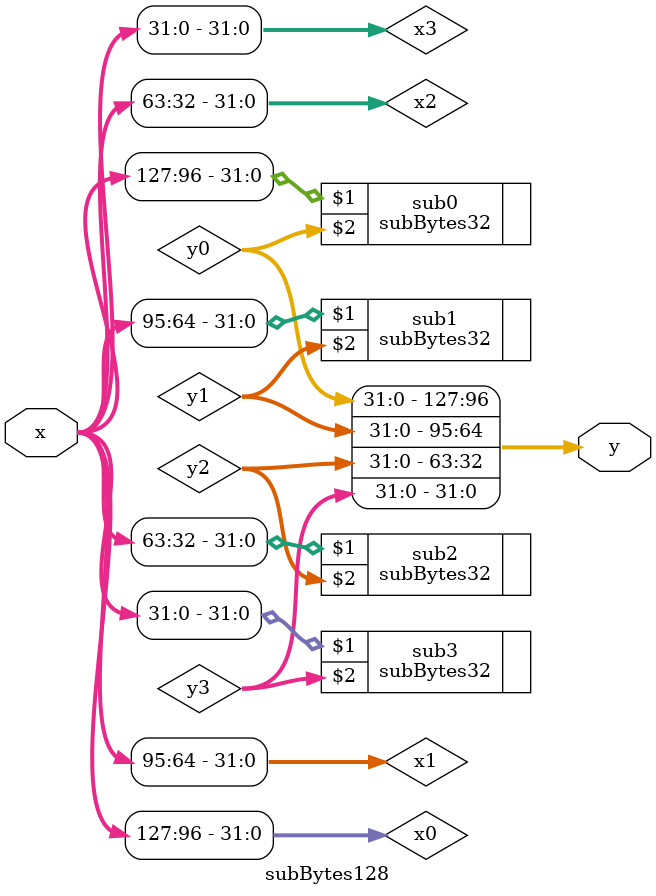
<source format=v>
module subBytes128 (x, y);
input [127:0] x;
output [127:0] y;
wire [31:0] x0, x1, x2, x3;
wire [31:0] y0, y1, y2, y3;

assign x0 = x[127:96];
assign x1 = x[ 95:64];
assign x2 = x[ 63:32];
assign x3 = x[ 31: 0];

subBytes32 sub0 (x0, y0);
subBytes32 sub1 (x1, y1);
subBytes32 sub2 (x2, y2);
subBytes32 sub3 (x3, y3);

assign y = {y0, y1, y2, y3};
endmodule

</source>
